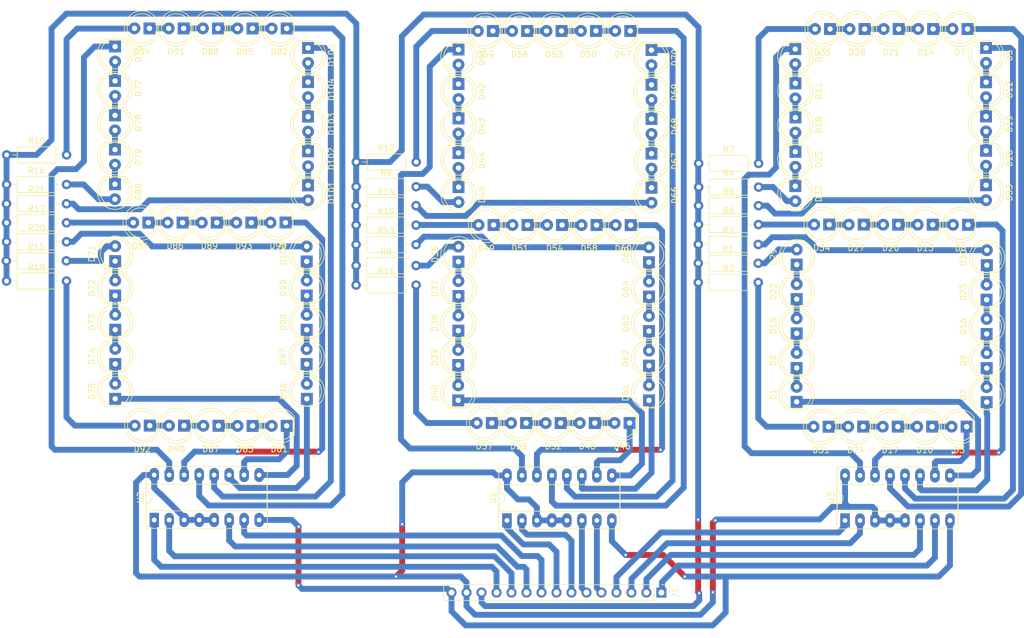
<source format=kicad_pcb>
(kicad_pcb (version 20211014) (generator pcbnew)
  (layers (0 "F.Cu" signal) (31 "B.Cu" signal) (34 "B.Paste" user) (35 "F.Paste" user) (36 "B.SilkS" user "B.Silkscreen") (37 "F.SilkS" user "F.Silkscreen") (38 "B.Mask" user) (39 "F.Mask" user) (44 "Edge.Cuts" user))
  (net 0 "")
  (net 1 "Net-(D1-Pad2)")
  (net 2 "/e_1")
  (net 3 "Net-(D2-Pad2)")
  (net 4 "/c_1")
  (net 5 "/d_1")
  (net 6 "Net-(D10-Pad1)")
  (net 7 "/f_1")
  (net 8 "Net-(D11-Pad1)")
  (net 9 "Net-(D12-Pad1)")
  (net 10 "/b_1")
  (net 11 "Net-(D13-Pad1)")
  (net 12 "/g_1")
  (net 13 "Net-(D14-Pad1)")
  (net 14 "/a_1")
  (net 15 "Net-(D15-Pad1)")
  (net 16 "Net-(D16-Pad1)")
  (net 17 "Net-(D10-Pad2)")
  (net 18 "Net-(D11-Pad2)")
  (net 19 "Net-(D12-Pad2)")
  (net 20 "Net-(D13-Pad2)")
  (net 21 "Net-(D14-Pad2)")
  (net 22 "Net-(D15-Pad2)")
  (net 23 "Net-(D16-Pad2)")
  (net 24 "Net-(D17-Pad2)")
  (net 25 "Net-(D18-Pad2)")
  (net 26 "Net-(D19-Pad2)")
  (net 27 "Net-(D20-Pad2)")
  (net 28 "Net-(D21-Pad2)")
  (net 29 "Net-(D22-Pad2)")
  (net 30 "Net-(D23-Pad2)")
  (net 31 "Net-(D24-Pad2)")
  (net 32 "Net-(D25-Pad2)")
  (net 33 "Net-(D26-Pad2)")
  (net 34 "Net-(D27-Pad2)")
  (net 35 "Net-(D28-Pad2)")
  (net 36 "Net-(D29-Pad2)")
  (net 37 "Net-(D30-Pad2)")
  (net 38 "Net-(D31-Pad2)")
  (net 39 "Net-(D32-Pad2)")
  (net 40 "Net-(D33-Pad2)")
  (net 41 "Net-(D34-Pad2)")
  (net 42 "Net-(D35-Pad2)")
  (net 43 "VCC")
  (net 44 "/B_D1")
  (net 45 "/C_D1")
  (net 46 "/D_D1")
  (net 47 "/A_D1")
  (net 48 "GND")
  (net 49 "Net-(D36-Pad2)")
  (net 50 "Net-(D36-Pad1)")
  (net 51 "Net-(D37-Pad1)")
  (net 52 "Net-(D38-Pad1)")
  (net 53 "Net-(D39-Pad1)")
  (net 54 "/f_2")
  (net 55 "Net-(D41-Pad2)")
  (net 56 "Net-(D42-Pad2)")
  (net 57 "Net-(D43-Pad2)")
  (net 58 "Net-(D44-Pad2)")
  (net 59 "Net-(D45-Pad2)")
  (net 60 "Net-(D46-Pad2)")
  (net 61 "/d_2")
  (net 62 "Net-(D47-Pad2)")
  (net 63 "/a_2")
  (net 64 "Net-(D48-Pad2)")
  (net 65 "Net-(D49-Pad1)")
  (net 66 "Net-(D49-Pad2)")
  (net 67 "Net-(D50-Pad2)")
  (net 68 "Net-(D51-Pad1)")
  (net 69 "Net-(D52-Pad2)")
  (net 70 "Net-(D53-Pad2)")
  (net 71 "Net-(D54-Pad1)")
  (net 72 "Net-(D55-Pad2)")
  (net 73 "Net-(D56-Pad2)")
  (net 74 "Net-(D57-Pad2)")
  (net 75 "Net-(D58-Pad1)")
  (net 76 "Net-(D59-Pad2)")
  (net 77 "/g_2")
  (net 78 "/c_2")
  (net 79 "Net-(D61-Pad2)")
  (net 80 "Net-(D62-Pad2)")
  (net 81 "Net-(D63-Pad2)")
  (net 82 "Net-(D64-Pad2)")
  (net 83 "Net-(D65-Pad2)")
  (net 84 "Net-(D66-Pad2)")
  (net 85 "Net-(D66-Pad1)")
  (net 86 "Net-(D67-Pad1)")
  (net 87 "Net-(D68-Pad1)")
  (net 88 "Net-(D69-Pad1)")
  (net 89 "/b_2")
  (net 90 "/B_D2")
  (net 91 "/e_2")
  (net 92 "/C_D2")
  (net 93 "/D_D2")
  (net 94 "/A_D2")
  (net 95 "Net-(D71-Pad2)")
  (net 96 "Net-(D71-Pad1)")
  (net 97 "Net-(D72-Pad1)")
  (net 98 "Net-(D73-Pad1)")
  (net 99 "Net-(D74-Pad1)")
  (net 100 "/e_3")
  (net 101 "Net-(D76-Pad2)")
  (net 102 "/f_3")
  (net 103 "Net-(D77-Pad2)")
  (net 104 "Net-(D78-Pad2)")
  (net 105 "Net-(D79-Pad2)")
  (net 106 "Net-(D80-Pad2)")
  (net 107 "Net-(D81-Pad2)")
  (net 108 "/d_3")
  (net 109 "Net-(D82-Pad2)")
  (net 110 "/a_3")
  (net 111 "Net-(D83-Pad2)")
  (net 112 "Net-(D84-Pad1)")
  (net 113 "Net-(D84-Pad2)")
  (net 114 "Net-(D85-Pad2)")
  (net 115 "Net-(D86-Pad1)")
  (net 116 "Net-(D87-Pad2)")
  (net 117 "Net-(D88-Pad2)")
  (net 118 "Net-(D89-Pad1)")
  (net 119 "Net-(D90-Pad2)")
  (net 120 "Net-(D91-Pad2)")
  (net 121 "Net-(D92-Pad2)")
  (net 122 "Net-(D93-Pad1)")
  (net 123 "Net-(D94-Pad2)")
  (net 124 "/g_3")
  (net 125 "/c_3")
  (net 126 "Net-(D96-Pad2)")
  (net 127 "Net-(D97-Pad2)")
  (net 128 "Net-(D98-Pad2)")
  (net 129 "Net-(D100-Pad1)")
  (net 130 "Net-(D100-Pad2)")
  (net 131 "Net-(D101-Pad2)")
  (net 132 "Net-(D101-Pad1)")
  (net 133 "Net-(D102-Pad1)")
  (net 134 "Net-(D103-Pad1)")
  (net 135 "Net-(D104-Pad1)")
  (net 136 "/b_3")
  (net 137 "/A_D3")
  (net 138 "/B_D3")
  (net 139 "/C_D3")
  (net 140 "/D_D3")
  (net 141 "VDD")
  (footprint "LED_THT:LED_D5.0mm" (layer "F.Cu") (at 191.17 117.79 90)
    (fp_text reference "D1")
    (fp_text value "LED")
  )
  (footprint "LED_THT:LED_D5.0mm" (layer "F.Cu") (at 223.37 117.84 90)
    (fp_text reference "D2")
    (fp_text value "LED")
  )
  (footprint "LED_THT:LED_D5.0mm" (layer "F.Cu") (at 219.976 121.996 180)
    (fp_text reference "D3")
    (fp_text value "LED")
  )
  (footprint "LED_THT:LED_D5.0mm" (layer "F.Cu") (at 190.934 58.008 -90)
    (fp_text reference "D4")
    (fp_text value "LED")
  )
  (footprint "LED_THT:LED_D5.0mm" (layer "F.Cu") (at 223.27 57.81 -90)
    (fp_text reference "D5")
    (fp_text value "LED")
  )
  (footprint "LED_THT:LED_D5.0mm" (layer "F.Cu") (at 220.124 54.608 180)
    (fp_text reference "D7")
    (fp_text value "LED")
  )
  (footprint "LED_THT:LED_D5.0mm" (layer "F.Cu") (at 191.17 112.042 90)
    (fp_text reference "D8")
    (fp_text value "LED")
  )
  (footprint "LED_THT:LED_D5.0mm" (layer "F.Cu") (at 223.38 112.082 90)
    (fp_text reference "D9")
    (fp_text value "LED")
  )
  (footprint "LED_THT:LED_D5.0mm" (layer "F.Cu") (at 214.136 121.996 180)
    (fp_text reference "D10")
    (fp_text value "LED")
  )
  (footprint "LED_THT:LED_D5.0mm" (layer "F.Cu") (at 223.27 63.63 -90)
    (fp_text reference "D12")
    (fp_text value "LED")
  )
  (footprint "LED_THT:LED_D5.0mm" (layer "F.Cu") (at 214.226 87.772 180)
    (fp_text reference "D13")
    (fp_text value "LED")
  )
  (footprint "LED_THT:LED_D5.0mm" (layer "F.Cu") (at 214.304 54.598 180)
    (fp_text reference "D14")
    (fp_text value "LED")
  )
  (footprint "LED_THT:LED_D5.0mm" (layer "F.Cu") (at 191.18 106.182 90)
    (fp_text reference "D15")
    (fp_text value "LED")
  )
  (footprint "LED_THT:LED_D5.0mm" (layer "F.Cu") (at 223.37 106.282 90)
    (fp_text reference "D16")
    (fp_text value "LED")
  )
  (footprint "LED_THT:LED_D5.0mm" (layer "F.Cu") (at 208.306 121.996 180)
    (fp_text reference "D17")
    (fp_text value "LED")
  )
  (footprint "LED_THT:LED_D5.0mm" (layer "F.Cu") (at 223.27 69.43 -90)
    (fp_text reference "D19")
    (fp_text value "LED")
  )
  (footprint "LED_THT:LED_D5.0mm" (layer "F.Cu") (at 208.464 54.608 180)
    (fp_text reference "D21")
    (fp_text value "LED")
  )
  (footprint "LED_THT:LED_D5.0mm" (layer "F.Cu") (at 223.36 100.482 90)
    (fp_text reference "D23")
    (fp_text value "LED")
  )
  (footprint "LED_THT:LED_D5.0mm" (layer "F.Cu") (at 202.446 121.996 180)
    (fp_text reference "D24")
    (fp_text value "LED")
  )
  (footprint "LED_THT:LED_D5.0mm" (layer "F.Cu") (at 190.954 75.418 -90)
    (fp_text reference "D25")
    (fp_text value "LED")
  )
  (footprint "LED_THT:LED_D5.0mm" (layer "F.Cu") (at 223.27 75.24 -90)
    (fp_text reference "D26")
    (fp_text value "LED")
  )
  (footprint "LED_THT:LED_D5.0mm" (layer "F.Cu") (at 202.536 87.762 180)
    (fp_text reference "D27")
    (fp_text value "LED")
  )
  (footprint "LED_THT:LED_D5.0mm" (layer "F.Cu") (at 223.4 94.632 90)
    (fp_text reference "D30")
    (fp_text value "LED")
  )
  (footprint "LED_THT:LED_D5.0mm" (layer "F.Cu") (at 196.586 122.006 180)
    (fp_text reference "D31")
    (fp_text value "LED")
  )
  (footprint "LED_THT:LED_D5.0mm" (layer "F.Cu") (at 223.27 81.08 -90)
    (fp_text reference "D33")
    (fp_text value "LED")
  )
  (footprint "LED_THT:LED_D5.0mm" (layer "F.Cu") (at 196.834 54.608 180)
    (fp_text reference "D35")
    (fp_text value "LED")
  )
  (footprint "Resistor_THT:R_Axial_DIN0207_L6.3mm_D2.5mm_P10.16mm_Horizontal" (layer "F.Cu") (at 174.49 94.3)
    (fp_text reference "R1")
    (fp_text value "R")
  )
  (footprint "Resistor_THT:R_Axial_DIN0207_L6.3mm_D2.5mm_P10.16mm_Horizontal" (layer "F.Cu") (at 174.504 91.118)
    (fp_text reference "R2")
    (fp_text value "R")
  )
  (footprint "Resistor_THT:R_Axial_DIN0207_L6.3mm_D2.5mm_P10.16mm_Horizontal" (layer "F.Cu") (at 174.5 97.56)
    (fp_text reference "R3")
    (fp_text value "R")
  )
  (footprint "Resistor_THT:R_Axial_DIN0207_L6.3mm_D2.5mm_P10.16mm_Horizontal" (layer "F.Cu") (at 174.56 81.4)
    (fp_text reference "R4")
    (fp_text value "R")
  )
  (footprint "Resistor_THT:R_Axial_DIN0207_L6.3mm_D2.5mm_P10.16mm_Horizontal" (layer "F.Cu") (at 174.544 84.548)
    (fp_text reference "R5")
    (fp_text value "R")
  )
  (footprint "Resistor_THT:R_Axial_DIN0207_L6.3mm_D2.5mm_P10.16mm_Horizontal" (layer "F.Cu") (at 174.544 87.748)
    (fp_text reference "R6")
    (fp_text value "R")
  )
  (footprint "Resistor_THT:R_Axial_DIN0207_L6.3mm_D2.5mm_P10.16mm_Horizontal" (layer "F.Cu") (at 174.56 77.39)
    (fp_text reference "R7")
    (fp_text value "R")
  )
  (footprint "Package_DIP:DIP-16_W7.62mm_Socket_LongPads" (layer "F.Cu") (at 199.37 137.89 90)
    (fp_text reference "U3")
    (fp_text value "74LS47")
  )
  (footprint "LED_THT:LED_D5.0mm" (layer "F.Cu") (at 191.18 94.532 90)
    (fp_text reference "D29")
    (fp_text value "LED")
  )
  (footprint "LED_THT:LED_D5.0mm" (layer "F.Cu") (at 191.18 100.382 90)
    (fp_text reference "D22")
    (fp_text value "LED")
  )
  (footprint "LED_THT:LED_D5.0mm" (layer "F.Cu") (at 190.944 81.238 -90)
    (fp_text reference "D32")
    (fp_text value "LED")
  )
  (footprint "LED_THT:LED_D5.0mm" (layer "F.Cu") (at 190.954 69.608 -90)
    (fp_text reference "D18")
    (fp_text value "LED")
  )
  (footprint "LED_THT:LED_D5.0mm" (layer "F.Cu") (at 190.954 63.818 -90)
    (fp_text reference "D11")
    (fp_text value "LED")
  )
  (footprint "LED_THT:LED_D5.0mm" (layer "F.Cu") (at 196.686 87.752 180)
    (fp_text reference "D34")
    (fp_text value "LED")
  )
  (footprint "LED_THT:LED_D5.0mm" (layer "F.Cu") (at 208.376 87.772 180)
    (fp_text reference "D20")
    (fp_text value "LED")
  )
  (footprint "LED_THT:LED_D5.0mm" (layer "F.Cu") (at 220.22 87.784 180)
    (fp_text reference "D6")
    (fp_text value "LED")
  )
  (footprint "LED_THT:LED_D5.0mm" (layer "F.Cu") (at 202.684 54.608 180)
    (fp_text reference "D28")
    (fp_text value "LED")
  )
  (footprint "Resistor_THT:R_Axial_DIN0207_L6.3mm_D2.5mm_P10.16mm_Horizontal" (layer "F.Cu") (at 57.274 97.32)
    (fp_text reference "R18")
    (fp_text value "R")
  )
  (footprint "Resistor_THT:R_Axial_DIN0207_L6.3mm_D2.5mm_P10.16mm_Horizontal" (layer "F.Cu") (at 57.274 87.45)
    (fp_text reference "R17")
    (fp_text value "R")
  )
  (footprint "Resistor_THT:R_Axial_DIN0207_L6.3mm_D2.5mm_P10.16mm_Horizontal" (layer "F.Cu") (at 57.284 80.956)
    (fp_text reference "R16")
    (fp_text value "R")
  )
  (footprint "Resistor_THT:R_Axial_DIN0207_L6.3mm_D2.5mm_P10.16mm_Horizontal" (layer "F.Cu") (at 57.24 93.9)
    (fp_text reference "R15")
    (fp_text value "R")
  )
  (footprint "LED_THT:LED_D5.0mm" (layer "F.Cu") (at 108.378 57.808 -90)
    (fp_text reference "D105")
    (fp_text value "LED")
  )
  (footprint "LED_THT:LED_D5.0mm" (layer "F.Cu") (at 108.368 63.608 -90)
    (fp_text reference "D104")
    (fp_text value "LED")
  )
  (footprint "LED_THT:LED_D5.0mm" (layer "F.Cu") (at 108.378 69.458 -90)
    (fp_text reference "D103")
    (fp_text value "LED")
  )
  (footprint "LED_THT:LED_D5.0mm" (layer "F.Cu") (at 108.378 75.328 -90)
    (fp_text reference "D102")
    (fp_text value "LED")
  )
  (footprint "LED_THT:LED_D5.0mm" (layer "F.Cu") (at 108.378 81.098 -90)
    (fp_text reference "D101")
    (fp_text value "LED")
  )
  (footprint "LED_THT:LED_D5.0mm" (layer "F.Cu") (at 108.144 93.99 90)
    (fp_text reference "D100")
    (fp_text value "LED")
  )
  (footprint "LED_THT:LED_D5.0mm" (layer "F.Cu") (at 108.144 99.78 90)
    (fp_text reference "D99")
    (fp_text value "LED")
  )
  (footprint "LED_THT:LED_D5.0mm" (layer "F.Cu") (at 108.144 105.58 90)
    (fp_text reference "D98")
    (fp_text value "LED")
  )
  (footprint "LED_THT:LED_D5.0mm" (layer "F.Cu") (at 108.134 111.4 90)
    (fp_text reference "D97")
    (fp_text value "LED")
  )
  (footprint "LED_THT:LED_D5.0mm" (layer "F.Cu") (at 108.166 117.278 90)
    (fp_text reference "D96")
    (fp_text value "LED")
  )
  (footprint "LED_THT:LED_D5.0mm" (layer "F.Cu") (at 104.544 87.41 180)
    (fp_text reference "D95")
    (fp_text value "LED")
  )
  (footprint "LED_THT:LED_D5.0mm" (layer "F.Cu") (at 81.494 54.5 180)
    (fp_text reference "D94")
    (fp_text value "LED")
  )
  (footprint "LED_THT:LED_D5.0mm" (layer "F.Cu") (at 98.754 87.42 180)
    (fp_text reference "D93")
    (fp_text value "LED")
  )
  (footprint "LED_THT:LED_D5.0mm" (layer "F.Cu") (at 81.544 121.824 180)
    (fp_text reference "D92")
    (fp_text value "LED")
  )
  (footprint "LED_THT:LED_D5.0mm" (layer "F.Cu") (at 87.294 54.5 180)
    (fp_text reference "D91")
    (fp_text value "LED")
  )
  (footprint "LED_THT:LED_D5.0mm" (layer "F.Cu") (at 87.354 121.834 180)
    (fp_text reference "D90")
    (fp_text value "LED")
  )
  (footprint "LED_THT:LED_D5.0mm" (layer "F.Cu") (at 92.904 87.42 180)
    (fp_text reference "D89")
    (fp_text value "LED")
  )
  (footprint "LED_THT:LED_D5.0mm" (layer "F.Cu") (at 93.094 54.5 180)
    (fp_text reference "D88")
    (fp_text value "LED")
  )
  (footprint "Resistor_THT:R_Axial_DIN0207_L6.3mm_D2.5mm_P10.16mm_Horizontal" (layer "F.Cu") (at 57.28 90.67)
    (fp_text reference "R20")
    (fp_text value "R")
  )
  (footprint "LED_THT:LED_D5.0mm" (layer "F.Cu") (at 93.174 121.844 180)
    (fp_text reference "D87")
    (fp_text value "LED")
  )
  (footprint "LED_THT:LED_D5.0mm" (layer "F.Cu") (at 87.104 87.42 180)
    (fp_text reference "D86")
    (fp_text value "LED")
  )
  (footprint "LED_THT:LED_D5.0mm" (layer "F.Cu") (at 98.944 54.51 180)
    (fp_text reference "D85")
    (fp_text value "LED")
  )
  (footprint "LED_THT:LED_D5.0mm" (layer "F.Cu") (at 81.294 87.42 180)
    (fp_text reference "D84")
    (fp_text value "LED")
  )
  (footprint "LED_THT:LED_D5.0mm" (layer "F.Cu") (at 98.964 121.864 180)
    (fp_text reference "D83")
    (fp_text value "LED")
  )
  (footprint "LED_THT:LED_D5.0mm" (layer "F.Cu") (at 104.754 54.52 180)
    (fp_text reference "D82")
    (fp_text value "LED")
  )
  (footprint "LED_THT:LED_D5.0mm" (layer "F.Cu") (at 104.754 121.854 180)
    (fp_text reference "D81")
    (fp_text value "LED")
  )
  (footprint "LED_THT:LED_D5.0mm" (layer "F.Cu") (at 75.644 80.91 -90)
    (fp_text reference "D80")
    (fp_text value "LED")
  )
  (footprint "LED_THT:LED_D5.0mm" (layer "F.Cu") (at 75.654 75.05 -90)
    (fp_text reference "D79")
    (fp_text value "LED")
  )
  (footprint "LED_THT:LED_D5.0mm" (layer "F.Cu") (at 75.654 69.24 -90)
    (fp_text reference "D78")
    (fp_text value "LED")
  )
  (footprint "LED_THT:LED_D5.0mm" (layer "F.Cu") (at 75.664 63.41 -90)
    (fp_text reference "D77")
    (fp_text value "LED")
  )
  (footprint "LED_THT:LED_D5.0mm" (layer "F.Cu") (at 75.674 57.58 -90)
    (fp_text reference "D76")
    (fp_text value "LED")
  )
  (footprint "LED_THT:LED_D5.0mm" (layer "F.Cu") (at 133.864 63.94 -90)
    (fp_text reference "D42")
    (fp_text value "LED")
  )
  (footprint "LED_THT:LED_D5.0mm" (layer "F.Cu") (at 133.864 75.61 -90)
    (fp_text reference "D44")
    (fp_text value "LED")
  )
  (footprint "LED_THT:LED_D5.0mm" (layer "F.Cu") (at 133.864 69.77 -90)
    (fp_text reference "D43")
    (fp_text value "LED")
  )
  (footprint "LED_THT:LED_D5.0mm" (layer "F.Cu") (at 157.154 54.928 180)
    (fp_text reference "D50")
    (fp_text value "LED")
  )
  (footprint "LED_THT:LED_D5.0mm" (layer "F.Cu") (at 151.182 121.38 180)
    (fp_text reference "D52")
    (fp_text value "LED")
  )
  (footprint "LED_THT:LED_D5.0mm" (layer "F.Cu") (at 145.558 87.814 180)
    (fp_text reference "D51")
    (fp_text value "LED")
  )
  (footprint "LED_THT:LED_D5.0mm" (layer "F.Cu") (at 162.862 121.37 180)
    (fp_text reference "D46")
    (fp_text value "LED")
  )
  (footprint "LED_THT:LED_D5.0mm" (layer "F.Cu") (at 133.848 94.04 90)
    (fp_text reference "D36")
    (fp_text value "LED")
  )
  (footprint "LED_THT:LED_D5.0mm" (layer "F.Cu") (at 163.048 87.844 180)
    (fp_text reference "D60")
    (fp_text value "LED")
  )
  (footprint "LED_THT:LED_D5.0mm" (layer "F.Cu") (at 133.848 99.86 90)
    (fp_text reference "D37")
    (fp_text value "LED")
  )
  (footprint "LED_THT:LED_D5.0mm" (layer "F.Cu") (at 133.838 105.73 90)
    (fp_text reference "D38")
    (fp_text value "LED")
  )
  (footprint "LED_THT:LED_D5.0mm" (layer "F.Cu") (at 133.818 111.55 90)
    (fp_text reference "D39")
    (fp_text value "LED")
  )
  (footprint "LED_THT:LED_D5.0mm" (layer "F.Cu") (at 162.974 54.928 180)
    (fp_text reference "D47")
    (fp_text value "LED")
  )
  (footprint "LED_THT:LED_D5.0mm" (layer "F.Cu") (at 133.864 58.1 -90)
    (fp_text reference "D41")
    (fp_text value "LED")
  )
  (footprint "LED_THT:LED_D5.0mm" (layer "F.Cu") (at 145.494 54.938 180)
    (fp_text reference "D56")
    (fp_text value "LED")
  )
  (footprint "LED_THT:LED_D5.0mm" (layer "F.Cu") (at 151.418 87.814 180)
    (fp_text reference "D54")
    (fp_text value "LED")
  )
  (footprint "LED_THT:LED_D5.0mm" (layer "F.Cu") (at 133.874 81.41 -90)
    (fp_text reference "D45")
    (fp_text value "LED")
  )
  (footprint "LED_THT:LED_D5.0mm" (layer "F.Cu") (at 145.322 121.38 180)
    (fp_text reference "D55")
    (fp_text value "LED")
  )
  (footprint "Package_DIP:DIP-16_W7.62mm_Socket_LongPads" (layer "F.Cu") (at 82.298 137.808 90)
    (fp_text reference "U2")
    (fp_text value "74LS47")
  )
  (footprint "Resistor_THT:R_Axial_DIN0207_L6.3mm_D2.5mm_P10.16mm_Horizontal" (layer "F.Cu") (at 57.274 84.22)
    (fp_text reference "R21")
    (fp_text value "R")
  )
  (footprint "LED_THT:LED_D5.0mm" (layer "F.Cu") (at 75.694 111.36 90)
    (fp_text reference "D74")
    (fp_text value "LED")
  )
  (footprint "LED_THT:LED_D5.0mm" (layer "F.Cu") (at 75.684 117.278 90)
    (fp_text reference "D75")
    (fp_text value "LED")
  )
  (footprint "LED_THT:LED_D5.0mm" (layer "F.Cu") (at 75.694 105.57 90)
    (fp_text reference "D73")
    (fp_text value "LED")
  )
  (footprint "LED_THT:LED_D5.0mm" (layer "F.Cu") (at 75.684 99.78 90)
    (fp_text reference "D72")
    (fp_text value "LED")
  )
  (footprint "LED_THT:LED_D5.0mm" (layer "F.Cu") (at 75.684 93.95 90)
    (fp_text reference "D71")
    (fp_text value "LED")
  )
  (footprint "Resistor_THT:R_Axial_DIN0207_L6.3mm_D2.5mm_P10.16mm_Horizontal" (layer "F.Cu") (at 116.516 84.54)
    (fp_text reference "R14")
    (fp_text value "R")
  )
  (footprint "Resistor_THT:R_Axial_DIN0207_L6.3mm_D2.5mm_P10.16mm_Horizontal" (layer "F.Cu") (at 116.516 91.144)
    (fp_text reference "R13")
    (fp_text value "R")
  )
  (footprint "Resistor_THT:R_Axial_DIN0207_L6.3mm_D2.5mm_P10.16mm_Horizontal" (layer "F.Cu") (at 116.548 77.146)
    (fp_text reference "R12")
    (fp_text value "R")
  )
  (footprint "Resistor_THT:R_Axial_DIN0207_L6.3mm_D2.5mm_P10.16mm_Horizontal" (layer "F.Cu") (at 116.516 98.002)
    (fp_text reference "R11")
    (fp_text value "R")
  )
  (footprint "Resistor_THT:R_Axial_DIN0207_L6.3mm_D2.5mm_P10.16mm_Horizontal" (layer "F.Cu") (at 116.516 87.842)
    (fp_text reference "R10")
    (fp_text value "R")
  )
  (footprint "Resistor_THT:R_Axial_DIN0207_L6.3mm_D2.5mm_P10.16mm_Horizontal" (layer "F.Cu") (at 116.524 81.33)
    (fp_text reference "R9")
    (fp_text value "R")
  )
  (footprint "Resistor_THT:R_Axial_DIN0207_L6.3mm_D2.5mm_P10.16mm_Horizontal" (layer "F.Cu") (at 116.516 94.7)
    (fp_text reference "R8")
    (fp_text value "R")
  )
  (footprint "LED_THT:LED_D5.0mm" (layer "F.Cu") (at 166.564 58.18 -90)
    (fp_text reference "D70")
    (fp_text value "LED")
  )
  (footprint "LED_THT:LED_D5.0mm" (layer "F.Cu") (at 166.574 64.06 -90)
    (fp_text reference "D69")
    (fp_text value "LED")
  )
  (footprint "LED_THT:LED_D5.0mm" (layer "F.Cu") (at 166.574 69.85 -90)
    (fp_text reference "D68")
    (fp_text value "LED")
  )
  (footprint "LED_THT:LED_D5.0mm" (layer "F.Cu") (at 166.574 75.73 -90)
    (fp_text reference "D67")
    (fp_text value "LED")
  )
  (footprint "LED_THT:LED_D5.0mm" (layer "F.Cu") (at 166.574 81.51 -90)
    (fp_text reference "D66")
    (fp_text value "LED")
  )
  (footprint "LED_THT:LED_D5.0mm" (layer "F.Cu") (at 139.808 87.814 180)
    (fp_text reference "D49")
    (fp_text value "LED")
  )
  (footprint "LED_THT:LED_D5.0mm" (layer "F.Cu") (at 139.684 54.938 180)
    (fp_text reference "D59")
    (fp_text value "LED")
  )
  (footprint "LED_THT:LED_D5.0mm" (layer "F.Cu") (at 157.258 87.834 180)
    (fp_text reference "D58")
    (fp_text value "LED")
  )
  (footprint "LED_THT:LED_D5.0mm" (layer "F.Cu") (at 139.512 121.38 180)
    (fp_text reference "D57")
    (fp_text value "LED")
  )
  (footprint "LED_THT:LED_D5.0mm" (layer "F.Cu") (at 133.818 117.532 90)
    (fp_text reference "D40")
    (fp_text value "LED")
  )
  (footprint "LED_THT:LED_D5.0mm" (layer "F.Cu") (at 156.962 121.38 180)
    (fp_text reference "D48")
    (fp_text value "LED")
  )
  (footprint "LED_THT:LED_D5.0mm" (layer "F.Cu") (at 151.324 54.938 180)
    (fp_text reference "D53")
    (fp_text value "LED")
  )
  (footprint "LED_THT:LED_D5.0mm" (layer "F.Cu") (at 166.136 94.132 90)
    (fp_text reference "D65")
    (fp_text value "LED")
  )
  (footprint "LED_THT:LED_D5.0mm" (layer "F.Cu") (at 166.146 99.952 90)
    (fp_text reference "D64")
    (fp_text value "LED")
  )
  (footprint "LED_THT:LED_D5.0mm" (layer "F.Cu") (at 166.146 105.802 90)
    (fp_text reference "D63")
    (fp_text value "LED")
  )
  (footprint "LED_THT:LED_D5.0mm" (layer "F.Cu") (at 166.146 111.662 90)
    (fp_text reference "D62")
    (fp_text value "LED")
  )
  (footprint "LED_THT:LED_D5.0mm" (layer "F.Cu") (at 166.146 117.532 90)
    (fp_text reference "D61")
    (fp_text value "LED")
  )
  (footprint "Package_DIP:DIP-16_W7.62mm_Socket_LongPads" (layer "F.Cu") (at 142.074 137.886 90)
    (fp_text reference "U1")
    (fp_text value "74LS47")
  )
  (footprint "Resistor_THT:R_Axial_DIN0207_L6.3mm_D2.5mm_P10.16mm_Horizontal" (layer "F.Cu") (at 57.29 75.94)
    (fp_text reference "R19")
    (fp_text value "R")
  )
  (footprint "Connector_PinHeader_2.54mm:PinHeader_1x15_P2.54mm_Vertical" (layer "F.Cu") (at 168.25 150.11 -90)
    (fp_text reference "J1")
    (fp_text value "Conn_01x15_Female")
  )
  (segment (start 191.17 115.362) (end 191.17 112.042) (width 1) (layer "B.Cu") (net 1))
  (segment (start 217.15 130.27) (end 220.89 130.27) (width 1) (layer "B.Cu") (net 2))
  (segment (start 221.92 120.879998) (end 218.830002 117.79) (width 1) (layer "B.Cu") (net 2))
  (segment (start 220.89 130.27) (end 221.92 129.24) (width 1) (layer "B.Cu") (net 2))
  (segment (start 221.92 129.24) (end 221.92 120.879998) (width 1) (layer "B.Cu") (net 2))
  (segment (start 218.830002 117.79) (end 191.17 117.79) (width 1) (layer "B.Cu") (net 2))
  (segment (start 223.38 112.082) (end 223.38 115.342) (width 1) (layer "B.Cu") (net 3))
  (segment (start 223.47001 119.84294) (end 223.37 119.74293) (width 1) (layer "B.Cu") (net 4))
  (segment (start 223.470009 130.987061) (end 223.47001 119.84294) (width 1) (layer "B.Cu") (net 4))
  (segment (start 223.37 119.74293) (end 223.37 117.84) (width 1) (layer "B.Cu") (net 4))
  (segment (start 212.07 130.27) (end 212.07 132.47) (width 1) (layer "B.Cu") (net 4))
  (segment (start 221.66707 132.79) (end 223.470009 130.987061) (width 1) (layer "B.Cu") (net 4))
  (segment (start 212.07 132.47) (end 212.39 132.79) (width 1) (layer "B.Cu") (net 4))
  (segment (start 212.39 132.79) (end 221.66707 132.79) (width 1) (layer "B.Cu") (net 4))
  (segment (start 214.84 127.84) (end 214.61 128.07) (width 1) (layer "B.Cu") (net 5))
  (segment (start 219.97 123.902) (end 219.97 126.79) (width 1) (layer "B.Cu") (net 5))
  (segment (start 219.97 126.79) (end 218.92 127.84) (width 1) (layer "B.Cu") (net 5))
  (segment (start 219.976 121.996) (end 219.976 123.896) (width 1) (layer "B.Cu") (net 5))
  (segment (start 214.61 128.07) (end 214.61 130.27) (width 1) (layer "B.Cu") (net 5))
  (segment (start 219.976 123.896) (end 219.97 123.902) (width 1) (layer "B.Cu") (net 5))
  (segment (start 218.92 127.84) (end 214.84 127.84) (width 1) (layer "B.Cu") (net 5))
  (segment (start 217.436 121.996) (end 214.136 121.996) (width 1) (layer "B.Cu") (net 6))
  (segment (start 182.35 80.01) (end 183.07 79.29) (width 1) (layer "B.Cu") (net 7))
  (segment (start 187.69 59.352) (end 189.034 58.008) (width 1) (layer "B.Cu") (net 7))
  (segment (start 189.034 58.008) (end 190.934 58.008) (width 1) (layer "B.Cu") (net 7))
  (segment (start 183.52 126.49) (end 182.35 125.32) (width 1) (layer "B.Cu") (net 7))
  (segment (start 200.33 126.49) (end 183.52 126.49) (width 1) (layer "B.Cu") (net 7))
  (segment (start 201.91 130.27) (end 201.91 128.07) (width 1) (layer "B.Cu") (net 7))
  (segment (start 182.35 125.32) (end 182.35 80.01) (width 1) (layer "B.Cu") (net 7))
  (segment (start 186.47 79.29) (end 187.69 78.07) (width 1) (layer "B.Cu") (net 7))
  (segment (start 201.91 128.07) (end 200.33 126.49) (width 1) (layer "B.Cu") (net 7))
  (segment (start 187.69 78.07) (end 187.69 59.352) (width 1) (layer "B.Cu") (net 7))
  (segment (start 183.07 79.29) (end 186.47 79.29) (width 1) (layer "B.Cu") (net 7))
  (segment (start 190.934 60.548) (end 190.934 63.798) (width 1) (layer "B.Cu") (net 8))
  (segment (start 190.934 63.798) (end 190.954 63.818) (width 1) (layer "B.Cu") (net 8))
  (segment (start 223.27 60.35) (end 223.27 63.63) (width 1) (layer "B.Cu") (net 9))
  (segment (start 227.82001 58.24001) (end 227.39 57.81) (width 1) (layer "B.Cu") (net 10))
  (segment (start 226.32 134.19) (end 227.82001 132.68999) (width 1) (layer "B.Cu") (net 10))
  (segment (start 227.39 57.81) (end 223.27 57.81) (width 1) (layer "B.Cu") (net 10))
  (segment (start 209.53 132.47) (end 211.25 134.19) (width 1) (layer "B.Cu") (net 10))
  (segment (start 227.82001 132.68999) (end 227.82001 58.24001) (width 1) (layer "B.Cu") (net 10))
  (segment (start 211.25 134.19) (end 226.32 134.19) (width 1) (layer "B.Cu") (net 10))
  (segment (start 209.53 130.27) (end 209.53 132.47) (width 1) (layer "B.Cu") (net 10))
  (segment (start 217.68 87.784) (end 214.238 87.784) (width 1) (layer "B.Cu") (net 11))
  (segment (start 214.238 87.784) (end 214.226 87.772) (width 1) (layer "B.Cu") (net 11))
  (segment (start 225.42 126.39) (end 217.62 126.39) (width 1) (layer "F.Cu") (net 12))
  (via (at 217.62 126.39) (size 0.8) (drill 0.4) (layers "F.Cu" "B.Cu") (net 12))
  (via (at 225.42 126.39) (size 0.8) (drill 0.4) (layers "F.Cu" "B.Cu") (net 12))
  (segment (start 204.47 127.59) (end 205.67 126.39) (width 1) (layer "B.Cu") (net 12))
  (segment (start 222.12 87.784) (end 222.164 87.74) (width 1) (layer "B.Cu") (net 12))
  (segment (start 204.45 130.27) (end 204.45 128.07) (width 1) (layer "B.Cu") (net 12))
  (segment (start 225.02 87.74) (end 226.07 88.79) (width 1) (layer "B.Cu") (net 12))
  (segment (start 204.45 128.07) (end 204.47 128.05) (width 1) (layer "B.Cu") (net 12))
  (segment (start 220.22 87.784) (end 222.12 87.784) (width 1) (layer "B.Cu") (net 12))
  (segment (start 226.07 124.54) (end 226.07 125.74) (width 1) (layer "B.Cu") (net 12))
  (segment (start 226.07 125.74) (end 225.42 126.39) (width 1) (layer "B.Cu") (net 12))
  (segment (start 204.47 128.05) (end 204.47 127.59) (width 1) (layer "B.Cu") (net 12))
  (segment (start 226.07 88.79) (end 226.07 124.54) (width 1) (layer "B.Cu") (net 12))
  (segment (start 205.67 126.39) (end 217.62 126.39) (width 1) (layer "B.Cu") (net 12))
  (segment (start 222.164 87.74) (end 225.02 87.74) (width 1) (layer "B.Cu") (net 12))
  (segment (start 214.304 54.598) (end 217.574 54.598) (width 1) (layer "B.Cu") (net 13))
  (segment (start 217.574 54.598) (end 217.584 54.608) (width 1) (layer "B.Cu") (net 13))
  (segment (start 206.99 130.27) (end 206.99 132.47) (width 1) (layer "B.Cu") (net 14))
  (segment (start 229.22 133.44) (end 227.12 135.54) (width 1) (layer "B.Cu") (net 14))
  (segment (start 206.99 132.47) (end 210.06 135.54) (width 1) (layer "B.Cu") (net 14))
  (segment (start 229.22 55.99) (end 229.22 133.44) (width 1) (layer "B.Cu") (net 14))
  (segment (start 227.12 135.54) (end 210.06 135.54) (width 1) (layer "B.Cu") (net 14))
  (segment (start 220.124 54.608) (end 227.838 54.608) (width 1) (layer "B.Cu") (net 14))
  (segment (start 227.838 54.608) (end 229.22 55.99) (width 1) (layer "B.Cu") (net 14))
  (segment (start 191.17 109.502) (end 191.17 106.192) (width 1) (layer "B.Cu") (net 15))
  (segment (start 191.17 106.192) (end 191.18 106.182) (width 1) (layer "B.Cu") (net 15))
  (segment (start 223.38 109.542) (end 223.38 106.292) (width 1) (layer "B.Cu") (net 16))
  (segment (start 223.38 106.292) (end 223.37 106.282) (width 1) (layer "B.Cu") (net 16))
  (segment (start 211.596 121.996) (end 208.306 121.996) (width 1) (layer "B.Cu") (net 17))
  (segment (start 190.954 66.358) (end 190.954 69.608) (width 1) (layer "B.Cu") (net 18))
  (segment (start 223.27 69.43) (end 223.27 66.17) (width 1) (layer "B.Cu") (net 19))
  (segment (start 211.686 87.772) (end 208.376 87.772) (width 1) (layer "B.Cu") (net 20))
  (segment (start 208.464 54.608) (end 211.754 54.608) (width 1) (layer "B.Cu") (net 21))
  (segment (start 211.754 54.608) (end 211.764 54.598) (width 1) (layer "B.Cu") (net 21))
  (segment (start 191.18 103.642) (end 191.18 100.382) (width 1) (layer "B.Cu") (net 22))
  (segment (start 223.36 103.732) (end 223.37 103.742) (width 1) (layer "B.Cu") (net 23))
  (segment (start 223.36 100.482) (end 223.36 103.732) (width 1) (layer "B.Cu") (net 23))
  (segment (start 205.766 121.996) (end 202.446 121.996) (width 1) (layer "B.Cu") (net 24))
  (segment (start 190.954 72.148) (end 190.954 75.418) (width 1) (layer "B.Cu") (net 25))
  (segment (start 223.27 71.97) (end 223.27 75.24) (width 1) (layer "B.Cu") (net 26))
  (segment (start 205.836 87.772) (end 202.546 87.772) (width 1) (layer "B.Cu") (net 27))
  (segment (start 202.546 87.772) (end 202.536 87.762) (width 1) (layer "B.Cu") (net 27))
  (segment (start 202.684 54.608) (end 205.924 54.608) (width 1) (layer "B.Cu") (net 28))
  (segment (start 191.18 97.842) (end 191.18 94.532) (width 1) (layer "B.Cu") (net 29))
  (segment (start 223.4 97.902) (end 223.36 97.942) (width 1) (layer "B.Cu") (net 30))
  (segment (start 223.4 94.632) (end 223.4 97.902) (width 1) (layer "B.Cu") (net 30))
  (segment (start 196.596 121.996) (end 196.586 122.006) (width 1) (layer "B.Cu") (net 31))
  (segment (start 199.906 121.996) (end 196.596 121.996) (width 1) (layer "B.Cu") (net 31))
  (segment (start 190.954 81.228) (end 190.944 81.238) (width 1) (layer "B.Cu") (net 32))
  (segment (start 190.954 77.958) (end 190.954 81.228) (width 1) (layer "B.Cu") (net 32))
  (segment (start 223.27 77.78) (end 223.27 81.08) (width 1) (layer "B.Cu") (net 33))
  (segment (start 199.996 87.762) (end 196.696 87.762) (width 1) (layer "B.Cu") (net 34))
  (segment (start 196.696 87.762) (end 196.686 87.752) (width 1) (layer "B.Cu") (net 34))
  (segment (start 196.834 54.608) (end 200.144 54.608) (width 1) (layer "B.Cu") (net 35))
  (segment (start 188.19337 91.992) (end 191.18 91.992) (width 1) (layer "B.Cu") (net 36))
  (segment (start 184.65 94.3) (end 185.78137 94.3) (width 1) (layer "B.Cu") (net 36))
  (segment (start 185.78137 94.3) (end 188.14137 91.94) (width 1) (layer "B.Cu") (net 36))
  (segment (start 188.14137 91.94) (end 188.19337 91.992) (width 1) (layer "B.Cu") (net 36))
  (segment (start 187.02337 89.89) (end 192.67 89.89) (width 1) (layer "B.Cu") (net 37))
  (segment (start 185.79537 91.118) (end 187.02337 89.89) (width 1) (layer "B.Cu") (net 37))
  (segment (start 194.872 92.092) (end 223.4 92.092) (width 1) (layer "B.Cu") (net 37))
  (segment (start 192.67 89.89) (end 194.872 92.092) (width 1) (layer "B.Cu") (net 37))
  (segment (start 184.664 91.118) (end 185.79537 91.118) (width 1) (layer "B.Cu") (net 37))
  (segment (start 184.66 97.56) (end 184.66 120.58) (width 1) (layer "B.Cu") (net 38))
  (segment (start 186.086 122.006) (end 194.046 122.006) (width 1) (layer "B.Cu") (net 38))
  (segment (start 184.66 120.58) (end 186.086 122.006) (width 1) (layer "B.Cu") (net 38))
  (segment (start 185.86137 81.39) (end 187.17 81.39) (width 1) (layer "B.Cu") (net 39))
  (segment (start 187.17 81.39) (end 189.558 83.778) (width 1) (layer "B.Cu") (net 39))
  (segment (start 185.85137 81.4) (end 185.86137 81.39) (width 1) (layer "B.Cu") (net 39))
  (segment (start 184.72 81.4) (end 185.85137 81.4) (width 1) (layer "B.Cu") (net 39))
  (segment (start 189.558 83.778) (end 190.944 83.778) (width 1) (layer "B.Cu") (net 39))
  (segment (start 184.704 84.548) (end 186.178 84.548) (width 1) (layer "B.Cu") (net 40))
  (segment (start 187.52 85.89) (end 192.02 85.89) (width 1) (layer "B.Cu") (net 40))
  (segment (start 194.29 83.62) (end 223.27 83.62) (width 1) (layer "B.Cu") (net 40))
  (segment (start 192.02 85.89) (end 194.29 83.62) (width 1) (layer "B.Cu") (net 40))
  (segment (start 186.178 84.548) (end 187.52 85.89) (width 1) (layer "B.Cu") (net 40))
  (segment (start 194.142 87.748) (end 194.146 87.752) (width 1) (layer "B.Cu") (net 41))
  (segment (start 184.708 87.752) (end 184.704 87.748) (width 1) (layer "B.Cu") (net 41))
  (segment (start 184.704 87.748) (end 194.142 87.748) (width 1) (layer "B.Cu") (net 41))
  (segment (start 186.252 54.608) (end 194.294 54.608) (width 1) (layer "B.Cu") (net 42))
  (segment (start 184.72 56.14) (end 186.252 54.608) (width 1) (layer "B.Cu") (net 42))
  (segment (start 184.72 77.39) (end 184.72 56.14) (width 1) (layer "B.Cu") (net 42))
  (segment (start 199.37 130.27) (end 199.65 130.27) (width 1) (layer "F.Cu") (net 43))
  (segment (start 176.97 138.3) (end 176.97 150.07) (width 1) (layer "F.Cu") (net 43))
  (segment (start 177.39 137.88) (end 176.97 138.3) (width 1) (layer "F.Cu") (net 43))
  (segment (start 124.32 138.52) (end 124.32 146.369998) (width 1) (layer "F.Cu") (net 43))
  (segment (start 124.32 146.369998) (end 123.29 147.399998) (width 1) (layer "F.Cu") (net 43))
  (via (at 124.32 138.52) (size 0.8) (drill 0.4) (layers "F.Cu" "B.Cu") (net 43))
  (via (at 176.97 150.07) (size 0.8) (drill 0.4) (layers "F.Cu" "B.Cu") (net 43))
  (via (at 177.39 137.88) (size 0.8) (drill 0.4) (layers "F.Cu" "B.Cu") (net 43))
  (via (at 123.29 147.399998) (size 0.8) (drill 0.4) (layers "F.Cu" "B.Cu") (net 43))
  (segment (start 92.458 137.808) (end 89.918 137.808) (width 1) (layer "B.Cu") (net 43))
  (segment (start 83.338 133.428) (end 82.298 132.388) (width 1) (layer "B.Cu") (net 43))
  (segment (start 145.798 134.33) (end 143.938 134.33) (width 1) (layer "B.Cu") (net 43))
  (segment (start 143.938 134.33) (end 142.074 132.466) (width 1) (layer "B.Cu") (net 43))
  (segment (start 142.074 132.466) (end 142.074 130.266) (width 1) (layer "B.Cu") (net 43))
  (segment (start 147.154 137.886) (end 147.154 135.686) (width 1) (layer "B.Cu") (net 43))
  (segment (start 147.154 135.686) (end 145.798 134.33) (width 1) (layer "B.Cu") (net 43))
  (segment (start 152.234 137.886) (end 147.154 137.886) (width 1) (layer "B.Cu") (net 43))
  (segment (start 83.398 133.428) (end 83.338 133.428) (width 1) (layer "B.Cu") (net 43))
  (segment (start 89.918 137.808) (end 87.378 137.808) (width 1) (layer "B.Cu") (net 43))
  (segment (start 87.378 137.808) (end 87.378 137.408) (width 1) (layer "B.Cu") (net 43))
  (segment (start 87.378 137.408) (end 83.398 133.428) (width 1) (layer "B.Cu") (net 43))
  (segment (start 82.298 132.388) (end 82.298 130.188) (width 1) (layer "B.Cu") (net 43))
  (segment (start 177.56 137.71) (end 177.39 137.88) (width 1) (layer "B.Cu") (net 43))
  (segment (start 176.97 150.07) (end 176.97 151.77) (width 1) (layer "B.Cu") (net 43))
  (segment (start 82.298 130.188) (end 80.498 130.188) (width 1) (layer "B.Cu") (net 43))
  (segment (start 136.67 153.88) (end 135.23 152.44) (width 1) (layer "B.Cu") (net 43))
  (segment (start 79.22 146.82) (end 79.799998 147.399998) (width 1) (layer "B.Cu") (net 43))
  (segment (start 135.23 148.38) (end 134.24 147.39) (width 1) (layer "B.Cu") (net 43))
  (segment (start 174.86 153.88) (end 136.67 153.88) (width 1) (layer "B.Cu") (net 43))
  (segment (start 142.074 130.266) (end 140.274 130.266) (width 1) (layer "B.Cu") (net 43))
  (segment (start 204.45 136.01) (end 204.45 137.89) (width 1) (layer "B.Cu") (net 43))
  (segment (start 134.24 147.39) (end 123.299998 147.39) (width 1) (layer "B.Cu") (net 43))
  (segment (start 199.37 130.27) (end 199.37 134.99) (width 1) (layer "B.Cu") (net 43))
  (segment (start 139.748 129.74) (end 126.03 129.74) (width 1) (layer "B.Cu") (net 43))
  (segment (start 126.03 129.74) (end 124.32 131.45) (width 1) (layer "B.Cu") (net 43))
  (segment (start 135.23 152.44) (end 135.23 150.11) (width 1) (layer "B.Cu") (net 43))
  (segment (start 123.299998 147.39) (end 123.29 147.399998) (width 1) (layer "B.Cu") (net 43))
  (segment (start 204.03 135.59) (end 204.45 136.01) (width 1) (layer "B.Cu") (net 43))
  (segment (start 80.498 130.188) (end 79.22 131.466) (width 1) (layer "B.Cu") (net 43))
  (segment (start 79.799998 147.399998) (end 122.724315 147.399998) (width 1) (layer "B.Cu") (net 43))
  (segment (start 176.97 151.77) (end 174.86 153.88) (width 1) (layer "B.Cu") (net 43))
  (segment (start 199.97 135.59) (end 204.03 135.59) (width 1) (layer "B.Cu") (net 43))
  (segment (start 195.09 137.71) (end 177.56 137.71) (width 1) (layer "B.Cu") (net 43))
  (segment (start 122.724315 147.399998) (end 123.29 147.399998) (width 1) (layer "B.Cu") (net 43))
  (segment (start 199.37 134.99) (end 199.97 135.59) (width 1) (layer "B.Cu") (net 43))
  (segment (start 204.45 137.89) (end 209.53 137.89) (width 1) (layer "B.Cu") (net 43))
  (segment (start 124.32 131.45) (end 124.32 138.52) (width 1) (layer "B.Cu") (net 43))
  (segment (start 135.23 150.11) (end 135.24 150.11) (width 1) (layer "B.Cu") (net 43))
  (segment (start 197.21 135.59) (end 195.09 137.71) (width 1) (layer "B.Cu") (net 43))
  (segment (start 140.274 130.266) (end 139.748 129.74) (width 1) (layer "B.Cu") (net 43))
  (segment (start 79.22 131.466) (end 79.22 146.82) (width 1) (layer "B.Cu") (net 43))
  (segment (start 199.97 135.59) (end 197.21 135.59) (width 1) (layer "B.Cu") (net 43))
  (segment (start 135.23 150.11) (end 135.23 148.38) (width 1) (layer "B.Cu") (net 43))
  (segment (start 199.37 138.84) (end 198.28 139.93) (width 1) (layer "B.Cu") (net 44))
  (segment (start 199.37 137.89) (end 199.37 138.84) (width 1) (layer "B.Cu") (net 44))
  (segment (start 198.28 139.93) (end 168.19 139.93) (width 1) (layer "B.Cu") (net 44))
  (segment (start 160.63 147.49) (end 160.63 150.11) (width 1) (layer "B.Cu") (net 44))
  (segment (start 168.19 139.93) (end 160.63 147.49) (width 1) (layer "B.Cu") (net 44))
  (segment (start 163.17 147.8) (end 163.17 150.11) (width 1) (layer "B.Cu") (net 45))
  (segment (start 201.91 137.89) (end 201.91 140.09) (width 1) (layer "B.Cu") (net 45))
  (segment (start 201.91 140.09) (end 200.26 141.74) (width 1) (layer "B.Cu") (net 45))
  (segment (start 169.23 141.74) (end 163.17 147.8) (width 1) (layer "B.Cu") (net 45))
  (segment (start 200.26 141.74) (end 169.23 141.74) (width 1) (layer "B.Cu") (net 45))
  (segment (start 169.83 143.73) (end 165.71 147.85) (width 1) (layer "B.Cu") (net 46))
  (segment (start 212.07 142.69) (end 211.03 143.73) (width 1) (layer "B.Cu") (net 46))
  (segment (start 211.03 143.73) (end 169.83 143.73) (width 1) (layer "B.Cu") (net 46))
  (segment (start 165.71 147.85) (end 165.71 150.11) (width 1) (layer "B.Cu") (net 46))
  (segment (start 212.07 137.89) (end 212.07 142.69) (width 1) (layer "B.Cu") (net 46))
  (segment (start 168.36 148.3) (end 168.36 150) (width 1) (layer "B.Cu") (net 47))
  (segment (start 168.36 150) (end 168.25 150.11) (width 1) (layer "B.Cu") (net 47))
  (segment (start 214.61 137.89) (end 214.61 144.17) (width 1) (layer "B.Cu") (net 47))
  (segment (start 171.12 145.54) (end 168.36 148.3) (width 1) (layer "B.Cu") (net 47))
  (segment (start 214.61 144.17) (end 213.24 145.54) (width 1) (layer "B.Cu") (net 47))
  (segment (start 213.24 145.54) (end 171.12 145.54) (width 1) (layer "B.Cu") (net 47))
  (segment (start 106.74 148.89) (end 106.74 138.98) (width 1) (layer "F.Cu") (net 48))
  (segment (start 106.74 138.98) (end 106.78 138.94) (width 1) (layer "F.Cu") (net 48))
  (segment (start 168.55 143.74) (end 172.21 147.4) (width 1) (layer "F.Cu") (net 48))
  (segment (start 162.18 143.74) (end 168.55 143.74) (width 1) (layer "F.Cu") (net 48))
  (via (at 106.74 148.89) (size 0.8) (drill 0.4) (layers "F.Cu" "B.Cu") (net 48))
  (via (at 172.21 147.4) (size 0.8) (drill 0.4) (layers "F.Cu" "B.Cu") (net 48))
  (via (at 106.78 138.94) (size 0.8) (drill 0.4) (layers "F.Cu" "B.Cu") (net 48))
  (via (at 162.18 143.74) (size 0.8) (drill 0.4) (layers "F.Cu" "B.Cu") (net 48))
  (segment (start 107.33 149.48) (end 106.74 148.89) (width 1) (layer "B.Cu") (net 48))
  (segment (start 217.15 137.89) (end 217.15 145.5) (width 1) (layer "B.Cu") (net 48))
  (segment (start 159.854 137.886) (end 159.854 141.414) (width 1) (layer "B.Cu") (net 48))
  (segment (start 217.15 145.5) (end 215.25 147.4) (width 1) (layer "B.Cu") (net 48))
  (segment (start 179.14 153.49) (end 179.14 147.4) (width 1) (layer "B.Cu") (net 48))
  (segment (start 176.97 155.66) (end 179.14 153.49) (width 1) (layer "B.Cu") (net 48))
  (segment (start 215.25 147.4) (end 179.14 147.4) (width 1) (layer "B.Cu") (net 48))
  (segment (start 159.854 141.414) (end 162.18 143.74) (width 1) (layer "B.Cu") (net 48))
  (segment (start 132.69 153.29) (end 135.06 155.66) (width 1) (layer "B.Cu") (net 48))
  (segment (start 105.648 137.808) (end 106.78 138.94) (width 1) (layer "B.Cu") (net 48))
  (segment (start 179.14 147.4) (end 177.12 147.4) (width 1) (layer "B.Cu") (net 48))
  (segment (start 132.06 149.48) (end 107.33 149.48) (width 1) (layer "B.Cu") (net 48))
  (segment (start 132.69 150.11) (end 132.06 149.48) (width 1) (layer "B.Cu") (net 48))
  (segment (start 100.078 137.808) (end 105.648 137.808) (width 1) (layer "B.Cu") (net 48))
  (segment (start 135.06 155.66) (end 176.97 155.66) (width 1) (layer "B.Cu") (net 48))
  (segment (start 177.12 147.4) (end 172.21 147.4) (width 1) (layer "B.Cu") (net 48))
  (segment (start 132.69 150.11) (end 132.69 153.29) (width 1) (layer "B.Cu") (net 48))
  (segment (start 128.712 94.7) (end 126.676 94.7) (width 1) (layer "B.Cu") (net 49))
  (segment (start 133.848 91.5) (end 131.912 91.5) (width 1) (layer "B.Cu") (net 49))
  (segment (start 131.912 91.5) (end 128.712 94.7) (width 1) (layer "B.Cu") (net 49))
  (segment (start 133.848 97.32) (end 133.848 94.04) (width 1) (layer "B.Cu") (net 50))
  (segment (start 133.838 103.19) (end 133.838 99.87) (width 1) (layer "B.Cu") (net 51))
  (segment (start 133.838 99.87) (end 133.848 99.86) (width 1) (layer "B.Cu") (net 51))
  (segment (start 133.818 109.01) (end 133.818 105.75) (width 1) (layer "B.Cu") (net 52))
  (segment (start 133.818 105.75) (end 133.838 105.73) (width 1) (layer "B.Cu") (net 52))
  (segment (start 133.818 114.79) (end 133.818 111.55) (width 1) (layer "B.Cu") (net 53))
  (segment (start 143.3 125.7) (end 144.614 127.014) (width 1) (layer "B.Cu") (net 54))
  (segment (start 133.864 58.1) (end 131.864 58.1) (width 1) (layer "B.Cu") (net 54))
  (segment (start 128.994 60.97) (end 128.994 77.966) (width 1) (layer "B.Cu") (net 54))
  (segment (start 124.272 79.178) (end 124.11 79.34) (width 1) (layer "B.Cu") (net 54))
  (segment (start 127.782 79.178) (end 124.272 79.178) (width 1) (layer "B.Cu") (net 54))
  (segment (start 124.11 79.34) (end 124.11 124.15) (width 1) (layer "B.Cu") (net 54))
  (segment (start 128.994 77.966) (end 127.782 79.178) (width 1) (layer "B.Cu") (net 54))
  (segment (start 131.864 58.1) (end 128.994 60.97) (width 1) (layer "B.Cu") (net 54))
  (segment (start 125.66 125.7) (end 143.3 125.7) (width 1) (layer "B.Cu") (net 54))
  (segment (start 144.614 127.014) (end 144.614 130.266) (width 1) (layer "B.Cu") (net 54))
  (segment (start 124.11 124.15) (end 125.66 125.7) (width 1) (layer "B.Cu") (net 54))
  (segment (start 133.864 60.64) (end 133.864 63.94) (width 1) (layer "B.Cu") (net 55))
  (segment (start 133.864 66.48) (end 133.864 69.77) (width 1) (layer "B.Cu") (net 56))
  (segment (start 133.864 72.31) (end 133.864 75.61) (width 1) (layer "B.Cu") (net 57))
  (segment (start 133.864 78.15) (end 133.864 81.4) (width 1) (layer "B.Cu") (net 58))
  (segment (start 133.864 81.4) (end 133.874 81.41) (width 1) (layer "B.Cu") (net 58))
  (segment (start 131.226 83.95) (end 128.606 81.33) (width 1) (layer "B.Cu") (net 59))
  (segment (start 128.606 81.33) (end 126.684 81.33) (width 1) (layer "B.Cu") (net 59))
  (segment (start 133.874 83.95) (end 131.226 83.95) (width 1) (layer "B.Cu") (net 59))
  (segment (start 156.962 121.38) (end 160.312 121.38) (width 1) (layer "B.Cu") (net 60))
  (segment (start 160.312 121.38) (end 160.322 121.37) (width 1) (layer "B.Cu") (net 60))
  (segment (start 157.314 130.266) (end 157.314 128.066) (width 1) (layer "B.Cu") (net 61))
  (segment (start 161.252 127.692) (end 162.862 126.082) (width 1) (layer "B.Cu") (net 61))
  (segment (start 157.314 128.066) (end 157.688 127.692) (width 1) (layer "B.Cu") (net 61))
  (segment (start 157.688 127.692) (end 161.252 127.692) (width 1) (layer "B.Cu") (net 61))
  (segment (start 162.862 126.082) (end 162.862 121.37) (width 1) (layer "B.Cu") (net 61))
  (segment (start 157.154 54.928) (end 160.434 54.928) (width 1) (layer "B.Cu") (net 62))
  (segment (start 172.04 56.184) (end 170.784 54.928) (width 1) (layer "B.Cu") (net 63))
  (segment (start 149.694 130.266) (end 149.694 134.676) (width 1) (layer "B.Cu") (net 63))
  (segment (start 170.784 54.928) (end 162.974 54.928) (width 1) (layer "B.Cu") (net 63))
  (segment (start 150.398 135.38) (end 168.98 135.38) (width 1) (layer "B.Cu") (net 63))
  (segment (start 168.98 135.38) (end 172.04 132.32) (width 1) (layer "B.Cu") (net 63))
  (segment (start 149.694 134.676) (end 150.398 135.38) (width 1) (layer "B.Cu") (net 63))
  (segment (start 172.04 132.32) (end 172.04 56.184) (width 1) (layer "B.Cu") (net 63))
  (segment (start 151.182 121.38) (end 154.422 121.38) (width 1) (layer "B.Cu") (net 64))
  (segment (start 139.808 87.814) (end 143.018 87.814) (width 1) (layer "B.Cu") (net 65))
  (segment (start 137.268 87.814) (end 126.704 87.814) (width 1) (layer "B.Cu") (net 66))
  (segment (start 126.704 87.814) (end 126.676 87.842) (width 1) (layer "B.Cu") (net 66))
  (segment (start 151.324 54.938) (end 154.604 54.938) (width 1) (layer "B.Cu") (net 67))
  (segment (start 154.604 54.938) (end 154.614 54.928) (width 1) (layer "B.Cu") (net 67))
  (segment (start 145.558 87.814) (end 148.878 87.814) (width 1) (layer "B.Cu") (net 68))
  (segment (start 145.322 121.38) (end 148.642 121.38) (width 1) (layer "B.Cu") (net 69))
  (segment (start 145.494 54.938) (end 148.784 54.938) (width 1) (layer "B.Cu") (net 70))
  (segment (start 151.418 87.814) (end 154.698 87.814) (width 1) (layer "B.Cu") (net 71))
  (segment (start 154.698 87.814) (end 154.718 87.834) (width 1) (layer "B.Cu") (net 71))
  (segment (start 139.512 121.38) (end 142.782 121.38) (width 1) (layer "B.Cu") (net 72))
  (segment (start 139.684 54.938) (end 142.954 54.938) (width 1) (layer "B.Cu") (net 73))
  (segment (start 128.524 121.38) (end 126.676 119.532) (width 1) (layer "B.Cu") (net 74))
  (segment (start 126.676 119.532) (end 126.676 98.002) (width 1) (layer "B.Cu") (net 74))
  (segment (start 136.972 121.38) (end 128.524 121.38) (width 1) (layer "B.Cu") (net 74))
  (segment (start 157.258 87.834) (end 160.498 87.834) (width 1) (layer "B.Cu") (net 75))
  (segment (start 160.498 87.834) (end 160.508 87.844) (width 1) (layer "B.Cu") (net 75))
  (segment (start 126.708 57.588) (end 129.358 54.938) (width 1) (layer "B.Cu") (net 76))
  (segment (start 129.358 54.938) (end 137.144 54.938) (width 1) (layer "B.Cu") (net 76))
  (segment (start 126.708 77.146) (end 126.708 57.588) (width 1) (layer "B.Cu") (net 76))
  (segment (start 168.11 125.914) (end 160.744 125.914) (width 1) (layer "F.Cu") (net 77))
  (via (at 168.11 125.914) (size 0.8) (drill 0.4) (layers "F.Cu" "B.Cu") (net 77))
  (via (at 160.744 125.914) (size 0.8) (drill 0.4) (layers "F.Cu" "B.Cu") (net 77))
  (segment (start 168.364 124.898) (end 168.364 88.83) (width 1) (layer "B.Cu") (net 77))
  (segment (start 147.154 126.616) (end 147.856 125.914) (width 1) (layer "B.Cu") (net 77))
  (segment (start 168.364 124.898) (end 168.364 125.66) (width 1) (layer "B.Cu") (net 77))
  (segment (start 147.856 125.914) (end 159.982 125.914) (width 1) (layer "B.Cu") (net 77))
  (segment (start 168.364 88.83) (end 167.378 87.844) (width 1) (layer "B.Cu") (net 77))
  (segment (start 160.744 125.914) (end 159.982 125.914) (width 1) (layer "B.Cu") (net 77))
  (segment (start 147.154 130.266) (end 147.154 126.616) (width 1) (layer "B.Cu") (net 77))
  (segment (start 159.982 125.914) (end 160.236 125.914) (width 1) (layer "B.Cu") (net 77))
  (segment (start 167.378 87.844) (end 163.048 87.844) (width 1) (layer "B.Cu") (net 77))
  (segment (start 168.364 125.66) (end 168.11 125.914) (width 1) (layer "B.Cu") (net 77))
  (segment (start 166.586 117.972) (end 166.146 117.532) (width 1) (layer "B.Cu") (net 78))
  (segment (start 154.774 130.266) (end 154.774 130.666) (width 1) (layer "B.Cu") (net 78))
  (segment (start 154.826 132.518) (end 163.862 132.518) (width 1) (layer "B.Cu") (net 78))
  (segment (start 154.774 132.466) (end 154.826 132.518) (width 1) (layer "B.Cu") (net 78))
  (segment (start 154.774 130.266) (end 154.774 132.466) (width 1) (layer "B.Cu") (net 78))
  (segment (start 166.586 129.794) (end 166.586 117.972) (width 1) (layer "B.Cu") (net 78))
  (segment (start 163.862 132.518) (end 166.586 129.794) (width 1) (layer "B.Cu") (net 78))
  (segment (start 166.146 111.662) (end 166.146 114.992) (width 1) (layer "B.Cu") (net 79))
  (segment (start 166.146 105.802) (end 166.146 109.122) (width 1) (layer "B.Cu") (net 80))
  (segment (start 166.146 99.952) (end 166.146 103.262) (width 1) (layer "B.Cu") (net 81))
  (segment (start 166.136 94.132) (end 166.136 97.402) (width 1) (layer "B.Cu") (net 82))
  (segment (start 166.136 97.402) (end 166.146 97.412) (width 1) (layer "B.Cu") (net 82))
  (segment (start 126.676 91.144) (end 128.020001 89.799999) (width 1) (layer "B.Cu") (net 83))
  (segment (start 139.63 91.592) (end 166.136 91.592) (width 1) (layer "B.Cu") (net 83))
  (segment (start 128.020001 89.799999) (end 137.837999 89.799999) (width 1) (layer "B.Cu") (net 83))
  (segment (start 137.837999 89.799999) (end 139.63 91.592) (width 1) (layer "B.Cu") (net 83))
  (segment (start 137.33 84.05) (end 166.574 84.05) (width 1) (layer "B.Cu") (net 84))
  (segment (start 128.426 86.29) (end 135.09 86.29) (width 1) (layer "B.Cu") (net 84))
  (segment (start 135.09 86.29) (end 137.33 84.05) (width 1) (layer "B.Cu") (net 84))
  (segment (start 126.676 84.54) (end 128.426 86.29) (width 1) (layer "B.Cu") (net 84))
  (segment (start 166.574 81.51) (end 166.574 78.27) (width 1) (layer "B.Cu") (net 85))
  (segment (start 166.574 72.39) (end 166.574 75.73) (width 1) (layer "B.Cu") (net 86))
  (segment (start 166.574 69.85) (end 166.574 66.6) (width 1) (layer "B.Cu") (net 87))
  (segment (start 166.574 64.06) (end 166.574 60.73) (width 1) (layer "B.Cu") (net 88))
  (segment (start 166.574 60.73) (end 166.564 60.72) (width 1) (layer "B.Cu") (net 88))
  (segment (start 152.234 132.466) (end 153.628 133.86) (width 1) (layer "B.Cu") (net 89))
  (segment (start 167.42 133.86) (end 170.142 131.138) (width 1) (layer "B.Cu") (net 89))
  (segment (start 152.234 130.266) (end 152.234 132.466) (width 1) (layer "B.Cu") (net 89))
  (segment (start 152.234 130.266) (end 152.074 130.266) (width 1) (layer "B.Cu") (net 89))
  (segment (start 169.718 58.18) (end 166.564 58.18) (width 1) (layer "B.Cu") (net 89))
  (segment (start 170.142 58.604) (end 169.718 58.18) (width 1) (layer "B.Cu") (net 89))
  (segment (start 153.628 133.86) (end 167.42 133.86) (width 1) (layer "B.Cu") (net 89))
  (segment (start 170.142 131.138) (end 170.142 58.604) (width 1) (layer "B.Cu") (net 89))
  (segment (start 142.074 137.886) (end 142.074 139.174) (width 1) (layer "B.Cu") (net 90))
  (segment (start 144.85 141.95) (end 149.22 141.95) (width 1) (layer "B.Cu") (net 90))
  (segment (start 142.074 139.174) (end 144.85 141.95) (width 1) (layer "B.Cu") (net 90))
  (segment (start 150.47 143.2) (end 150.47 150.11) (width 1) (layer "B.Cu") (net 90))
  (segment (start 149.22 141.95) (end 150.47 143.2) (width 1) (layer "B.Cu") (net 90))
  (segment (start 162.776 117.532) (end 164.94599 119.70199) (width 1) (layer "B.Cu") (net 91))
  (segment (start 164.94599 119.70199) (end 164.94599 128.28401) (width 1) (layer "B.Cu") (net 91))
  (segment (start 162.964 130.266) (end 159.854 130.266) (width 1) (layer "B.Cu") (net 91))
  (segment (start 164.94599 128.28401) (end 162.964 130.266) (width 1) (layer "B.Cu") (net 91))
  (segment (start 133.818 117.532) (end 162.776 117.532) (width 1) (layer "B.Cu") (net 91))
  (segment (start 144.614 137.886) (end 144.614 139.414) (width 1) (layer "B.Cu") (net 92))
  (segment (start 151.97 140.3) (end 153.01 141.34) (width 1) (layer "B.Cu") (net 92))
  (segment (start 153.01 141.34) (end 153.01 150.11) (width 1) (layer "B.Cu") (net 92))
  (segment (start 145.5 140.3) (end 151.97 140.3) (width 1) (layer "B.Cu") (net 92))
  (segment (start 144.614 139.414) (end 145.5 140.3) (width 1) (layer "B.Cu") (net 92))
  (segment (start 154.774 149.334) (end 155.55 150.11) (width 1) (layer "B.Cu") (net 93))
  (segment (start 154.774 137.886) (end 154.774 149.334) (width 1) (layer "B.Cu") (net 93))
  (segment (start 157.314 149.334) (end 158.09 150.11) (width 1) (layer "B.Cu") (net 94))
  (segment (start 157.314 137.886) (end 157.314 149.334) (width 1) (layer "B.Cu") (net 94))
  (segment (start 67.4 93.9) (end 73.27 93.9) (width 1) (layer "B.Cu") (net 95))
  (segment (start 73.27 92.409787) (end 74.269787 91.41) (width 1) (layer "B.Cu") (net 95))
  (segment (start 74.269787 91.41) (end 75.684 91.41) (width 1) (layer "B.Cu") (net 95))
  (segment (start 73.27 93.9) (end 73.27 92.409787) (width 1) (layer "B.Cu") (net 95))
  (segment (start 75.684 97.24) (end 75.684 93.95) (width 1) (layer "B.Cu") (net 96))
  (segment (start 75.694 99.79) (end 75.684 99.78) (width 1) (layer "B.Cu") (net 97))
  (segment (start 75.694 103.03) (end 75.694 99.79) (width 1) (layer "B.Cu") (net 97))
  (segment (start 75.694 108.82) (end 75.694 105.57) (width 1) (layer "B.Cu") (net 98))
  (segment (start 75.684 111.37) (end 75.694 111.36) (width 1) (layer "B.Cu") (net 99))
  (segment (start 75.684 114.7) (end 75.684 111.37) (width 1) (layer "B.Cu") (net 99))
  (segment (start 106.454001 128.615999) (end 104.882 130.188) (width 1) (layer "B.Cu") (net 100))
  (segment (start 106.454001 120.293999) (end 106.454001 128.615999) (width 1) (layer "B.Cu") (net 100))
  (segment (start 104.882 130.188) (end 100.078 130.188) (width 1) (layer "B.Cu") (net 100))
  (segment (start 75.684 117.278) (end 103.438002 117.278) (width 1) (layer "B.Cu") (net 100))
  (segment (start 103.438002 117.278) (end 106.454001 120.293999) (width 1) (layer "B.Cu") (net 100))
  (segment (start 75.664 63.41) (end 75.664 60.13) (width 1) (layer "B.Cu") (net 101))
  (segment (start 75.664 60.13) (end 75.674 60.12) (width 1) (layer "B.Cu") (net 101))
  (segment (start 75.674 57.58) (end 72.2 57.58) (width 1) (layer "B.Cu") (net 102))
  (segment (start 70.39 59.39) (end 70.39 77.02) (width 1) (layer "B.Cu") (net 102))
  (segment (start 70.39 77.02) (end 69.06 78.35) (width 1) (layer "B.Cu") (net 102))
  (segment (start 82.76 125.91) (end 84.838 127.988) (width 1) (layer "B.Cu") (net 102))
  (segment (start 64.91 125.35) (end 65.47 125.91) (width 1) (layer "B.Cu") (net 102))
  (segment (start 65.92 78.35) (end 64.91 79.36) (width 1) (layer "B.Cu") (net 102))
  (segment (start 64.91 79.36) (end 64.91 125.35) (width 1) (layer "B.Cu") (net 102))
  (segment (start 69.06 78.35) (end 65.92 78.35) (width 1) (layer "B.Cu") (net 102))
  (segment (start 84.838 127.988) (end 84.838 130.188) (width 1) (layer "B.Cu") (net 102))
  (segment (start 72.2 57.58) (end 70.39 59.39) (width 1) (layer "B.Cu") (net 102))
  (segment (start 65.47 125.91) (end 82.76 125.91) (width 1) (layer "B.Cu") (net 102))
  (segment (start 75.654 69.24) (end 75.654 65.96) (width 1) (layer "B.Cu") (net 103))
  (segment (start 75.654 65.96) (end 75.664 65.95) (width 1) (layer "B.Cu") (net 103))
  (segment (start 75.654 75.05) (end 75.654 71.78) (width 1) (layer "B.Cu") (net 104))
  (segment (start 75.644 77.6) (end 75.654 77.59) (width 1) (layer "B.Cu") (net 105))
  (segment (start 75.644 80.91) (end 75.644 77.6) (width 1) (layer "B.Cu") (net 105))
  (segment (start 72.85 83.45) (end 70.356 80.956) (width 1) (layer "B.Cu") (net 106))
  (segment (start 75.644 83.45) (end 72.85 83.45) (width 1) (layer "B.Cu") (net 106))
  (segment (start 70.356 80.956) (end 67.444 80.956) (width 1) (layer "B.Cu") (net 106))
  (segment (start 98.974 121.854) (end 98.964 121.864) (width 1) (layer "B.Cu") (net 107))
  (segment (start 102.214 121.854) (end 98.974 121.854) (width 1) (layer "B.Cu") (net 107))
  (segment (start 98.006 127.52) (end 103.46 127.52) (width 1) (layer "B.Cu") (net 108))
  (segment (start 97.538 127.988) (end 98.006 127.52) (width 1) (layer "B.Cu") (net 108))
  (segment (start 103.46 127.52) (end 104.754 126.226) (width 1) (layer "B.Cu") (net 108))
  (segment (start 97.538 130.188) (end 97.538 127.988) (width 1) (layer "B.Cu") (net 108))
  (segment (start 104.754 126.226) (end 104.754 121.854) (width 1) (layer "B.Cu") (net 108))
  (segment (start 98.944 54.51) (end 102.204 54.51) (width 1) (layer "B.Cu") (net 109))
  (segment (start 102.204 54.51) (end 102.214 54.52) (width 1) (layer "B.Cu") (net 109))
  (segment (start 112.25 135.36) (end 91.54 135.36) (width 1) (layer "B.Cu") (net 110))
  (segment (start 114.19 56.16) (end 114.19 133.42) (width 1) (layer "B.Cu") (net 110))
  (segment (start 104.754 54.52) (end 112.55 54.52) (width 1) (layer "B.Cu") (net 110))
  (segment (start 91.54 135.36) (end 89.918 133.738) (width 1) (layer "B.Cu") (net 110))
  (segment (start 112.55 54.52) (end 114.19 56.16) (width 1) (layer "B.Cu") (net 110))
  (segment (start 89.918 133.738) (end 89.918 130.188) (width 1) (layer "B.Cu") (net 110))
  (segment (start 114.19 133.42) (end 112.25 135.36) (width 1) (layer "B.Cu") (net 110))
  (segment (start 93.194 121.864) (end 93.174 121.844) (width 1) (layer "B.Cu") (net 111))
  (segment (start 96.424 121.864) (end 93.194 121.864) (width 1) (layer "B.Cu") (net 111))
  (segment (start 81.294 87.42) (end 84.564 87.42) (width 1) (layer "B.Cu") (net 112))
  (segment (start 67.464 87.42) (end 67.434 87.45) (width 1) (layer "B.Cu") (net 113))
  (segment (start 78.754 87.42) (end 67.464 87.42) (width 1) (layer "B.Cu") (net 113))
  (segment (start 96.394 54.5) (end 96.404 54.51) (width 1) (layer "B.Cu") (net 114))
  (segment (start 93.094 54.5) (end 96.394 54.5) (width 1) (layer "B.Cu") (net 114))
  (segment (start 87.104 87.42) (end 90.364 87.42) (width 1) (layer "B.Cu") (net 115))
  (segment (start 90.634 121.844) (end 87.364 121.844) (width 1) (layer "B.Cu") (net 116))
  (segment (start 87.364 121.844) (end 87.354 121.834) (width 1) (layer "B.Cu") (net 116))
  (segment (start 87.294 54.5) (end 90.554 54.5) (width 1) (layer "B.Cu") (net 117))
  (segment (start 92.904 87.42) (end 96.214 87.42) (width 1) (layer "B.Cu") (net 118))
  (segment (start 84.814 121.834) (end 81.554 121.834) (width 1) (layer "B.Cu") (net 119))
  (segment (start 81.554 121.834) (end 81.544 121.824) (width 1) (layer "B.Cu") (net 119))
  (segment (start 81.494 54.5) (end 84.754 54.5) (width 1) (layer "B.Cu") (net 120))
  (segment (start 67.434 120.394) (end 68.864 121.824) (width 1) (layer "B.Cu") (net 121))
  (segment (start 68.864 121.824) (end 79.004 121.824) (width 1) (layer "B.Cu") (net 121))
  (segment (start 67.434 97.32) (end 67.434 120.394) (width 1) (layer "B.Cu") (net 121))
  (segment (start 101.994 87.42) (end 102.004 87.41) (width 1) (layer "B.Cu") (net 122))
  (segment (start 98.754 87.42) (end 101.994 87.42) (width 1) (layer "B.Cu") (net 122))
  (segment (start 67.45 56.32) (end 67.45 75.94) (width 1) (layer "B.Cu") (net 123))
  (segment (start 78.914 54.54) (end 69.23 54.54) (width 1) (layer "B.Cu") (net 123))
  (segment (start 69.23 54.54) (end 67.45 56.32) (width 1) (layer "B.Cu") (net 123))
  (segment (start 78.954 54.5) (end 78.914 54.54) (width 1) (layer "B.Cu") (net 123))
  (segment (start 96.36 126.23) (end 110.07 126.23) (width 1) (layer "F.Cu") (net 124))
  (segment (start 110.07 126.23) (end 110.15 126.31) (width 1) (layer "F.Cu") (net 124))
  (via (at 96.36 126.23) (size 0.8) (drill 0.4) (layers "F.Cu" "B.Cu") (net 124))
  (via (at 110.15 126.31) (size 0.8) (drill 0.4) (layers "F.Cu" "B.Cu") (net 124))
  (segment (start 87.378 130.188) (end 87.378 127.988) (width 1) (layer "B.Cu") (net 124))
  (segment (start 104.544 87.41) (end 107.95 87.41) (width 1) (layer "B.Cu") (net 124))
  (segment (start 110.77 125.69) (end 110.15 126.31) (width 1) (layer "B.Cu") (net 124))
  (segment (start 110.77 90.23) (end 110.77 125.69) (width 1) (layer "B.Cu") (net 124))
  (segment (start 87.378 127.988) (end 89.136 126.23) (width 1) (layer "B.Cu") (net 124))
  (segment (start 96.36 126.23) (end 96.36 126.3) (width 1) (layer "B.Cu") (net 124))
  (segment (start 89.136 126.23) (end 96.36 126.23) (width 1) (layer "B.Cu") (net 124))
  (segment (start 107.95 87.41) (end 110.77 90.23) (width 1) (layer "B.Cu") (net 124))
  (segment (start 108.166 130.644) (end 106.422 132.388) (width 1) (layer "B.Cu") (net 125))
  (segment (start 108.166 117.278) (end 108.166 130.644) (width 1) (layer "B.Cu") (net 125))
  (segment (start 106.422 132.388) (end 96.798 132.388) (width 1) (layer "B.Cu") (net 125))
  (segment (start 94.998 130.588) (end 94.998 130.188) (width 1) (layer "B.Cu") (net 125))
  (segment (start 96.798 132.388) (end 94.998 130.588) (width 1) (layer "B.Cu") (net 125))
  (segment (start 108.134 114.61) (end 108.124 114.62) (width 1) (layer "B.Cu") (net 126))
  (segment (start 108.134 111.4) (end 108.134 114.61) (width 1) (layer "B.Cu") (net 126))
  (segment (start 108.144 105.58) (end 108.144 108.85) (width 1) (layer "B.Cu") (net 127))
  (segment (start 108.144 108.85) (end 108.134 108.86) (width 1) (layer "B.Cu") (net 127))
  (segment (start 108.144 99.78) (end 108.144 103.04) (width 1) (layer "B.Cu") (net 128))
  (segment (start 108.144 93.99) (end 108.144 97.24) (width 1) (layer "B.Cu") (net 129))
  (segment (start 69.94137 89.3) (end 79.8 89.3) (width 1) (layer "B.Cu") (net 130))
  (segment (start 81.95 91.45) (end 108.144 91.45) (width 1) (layer "B.Cu") (net 130))
  (segment (start 67.44 90.67) (end 68.57137 90.67) (width 1) (layer "B.Cu") (net 130))
  (segment (start 68.57137 90.67) (end 69.94137 89.3) (width 1) (layer "B.Cu") (net 130))
  (segment (start 79.8 89.3) (end 81.95 91.45) (width 1) (layer "B.Cu") (net 130))
  (segment (start 68.56537 84.22) (end 69.495371 85.150001) (width 1) (layer "B.Cu") (net 131))
  (segment (start 79.949999 85.150001) (end 81.462 83.638) (width 1) (layer "B.Cu") (net 131))
  (segment (start 69.495371 85.150001) (end 79.949999 85.150001) (width 1) (layer "B.Cu") (net 131))
  (segment (start 67.434 84.22) (end 68.56537 84.22) (width 1) (layer "B.Cu") (net 131))
  (segment (start 81.462 83.638) (end 108.378 83.638) (width 1) (layer "B.Cu") (net 131))
  (segment (start 108.378 77.868) (end 108.378 81.098) (width 1) (layer "B.Cu") (net 132))
  (segment (start 108.378 71.998) (end 108.378 75.328) (width 1) (layer "B.Cu") (net 133))
  (segment (start 108.368 66.148) (end 108.368 69.448) (width 1) (layer "B.Cu") (net 134))
  (segment (start 108.368 69.448) (end 108.378 69.458) (width 1) (layer "B.Cu") (net 134))
  (segment (start 108.378 60.348) (end 108.378 63.598) (width 1) (layer "B.Cu") (net 135))
  (segment (start 108.378 63.598) (end 108.368 63.608) (width 1) (layer "B.Cu") (net 135))
  (segment (start 93.91 133.84) (end 109.63 133.84) (width 1) (layer "B.Cu") (net 136))
  (segment (start 109.63 133.84) (end 112.23 131.24) (width 1) (layer "B.Cu") (net 136))
  (segment (start 112.23 58.86) (end 111.178 57.808) (width 1) (layer "B.Cu") (net 136))
  (segment (start 112.23 131.24) (end 112.23 58.86) (width 1) (layer "B.Cu") (net 136))
  (segment (start 111.178 57.808) (end 108.378 57.808) (width 1) (layer "B.Cu") (net 136))
  (segment (start 92.458 132.388) (end 93.91 133.84) (width 1) (layer "B.Cu") (net 136))
  (segment (start 92.458 130.188) (end 92.458 132.388) (width 1) (layer "B.Cu") (net 136))
  (segment (start 97.538 140.008) (end 97.97 140.44) (width 1) (layer "B.Cu") (net 137))
  (segment (start 141.12 140.44) (end 144.6 143.92) (width 1) (layer "B.Cu") (net 137))
  (segment (start 147.27 143.92) (end 147.93 144.58) (width 1) (layer "B.Cu") (net 137))
  (segment (start 147.93 144.58) (end 147.93 150.11) (width 1) (layer "B.Cu") (net 137))
  (segment (start 144.6 143.92) (end 147.27 143.92) (width 1) (layer "B.Cu") (net 137))
  (segment (start 97.97 140.44) (end 141.12 140.44) (width 1) (layer "B.Cu") (net 137))
  (segment (start 97.538 137.808) (end 97.538 140.008) (width 1) (layer "B.Cu") (net 137))
  (segment (start 82.298 144.558) (end 83.48 145.74) (width 1) (layer "B.Cu") (net 138))
  (segment (start 139.53 145.74) (end 140.31 146.52) (width 1) (layer "B.Cu") (net 138))
  (segment (start 83.48 145.74) (end 139.53 145.74) (width 1) (layer "B.Cu") (net 138))
  (segment (start 82.298 137.808) (end 82.298 144.558) (width 1) (layer "B.Cu") (net 138))
  (segment (start 140.31 146.52) (end 140.31 150.11) (width 1) (layer "B.Cu") (net 138))
  (segment (start 85.75 143.96) (end 139.96 143.96) (width 1) (layer "B.Cu") (net 139))
  (segment (start 142.85 146.85) (end 142.85 148.907919) (width 1) (layer "B.Cu") (net 139))
  (segment (start 84.838 143.048) (end 85.75 143.96) (width 1) (layer "B.Cu") (net 139))
  (segment (start 139.96 143.96) (end 142.85 146.85) (width 1) (layer "B.Cu") (net 139))
  (segment (start 142.85 148.907919) (end 142.85 150.11) (width 1) (layer "B.Cu") (net 139))
  (segment (start 84.838 137.808) (end 84.838 143.048) (width 1) (layer "B.Cu") (net 139))
  (segment (start 144.95 145.75) (end 145.39 146.19) (width 1) (layer "B.Cu") (net 140))
  (segment (start 96.03 142.3) (end 140.4 142.3) (width 1) (layer "B.Cu") (net 140))
  (segment (start 94.998 141.268) (end 96.03 142.3) (width 1) (layer "B.Cu") (net 140))
  (segment (start 94.998 137.808) (end 94.998 141.268) (width 1) (layer "B.Cu") (net 140))
  (segment (start 140.4 142.3) (end 143.85 145.75) (width 1) (layer "B.Cu") (net 140))
  (segment (start 145.39 146.19) (end 145.39 150.11) (width 1) (layer "B.Cu") (net 140))
  (segment (start 143.85 145.75) (end 144.95 145.75) (width 1) (layer "B.Cu") (net 140))
  (segment (start 174.48 150.04) (end 174.66 150.22) (width 1) (layer "F.Cu") (net 141))
  (segment (start 174.48 137.75) (end 174.48 150.04) (width 1) (layer "F.Cu") (net 141))
  (via (at 174.48 137.75) (size 0.8) (drill 0.4) (layers "F.Cu" "B.Cu") (net 141))
  (via (at 174.66 150.22) (size 0.8) (drill 0.4) (layers "F.Cu" "B.Cu") (net 141))
  (segment (start 127.94 52.16) (end 124.26 55.84) (width 1) (layer "B.Cu") (net 141))
  (segment (start 116.524 77.17) (end 116.548 77.146) (width 1) (layer "B.Cu") (net 141))
  (segment (start 174.66 151.42) (end 173.68 152.4) (width 1) (layer "B.Cu") (net 141))
  (segment (start 174.5 97.56) (end 174.5 98.69137) (width 1) (layer "B.Cu") (net 141))
  (segment (start 174.56 54.32) (end 172.4 52.16) (width 1) (layer "B.Cu") (net 141))
  (segment (start 57.274 75.956) (end 57.29 75.94) (width 1) (layer "B.Cu") (net 141))
  (segment (start 116.516 98.002) (end 116.516 81.338) (width 1) (layer "B.Cu") (net 141))
  (segment (start 174.56 77.39) (end 174.56 54.32) (width 1) (layer "B.Cu") (net 141))
  (segment (start 57.274 97.32) (end 57.274 75.956) (width 1) (layer "B.Cu") (net 141))
  (segment (start 114.87 52.01) (end 67.4 52.01) (width 1) (layer "B.Cu") (net 141))
  (segment (start 122.264 77.146) (end 116.548 77.146) (width 1) (layer "B.Cu") (net 141))
  (segment (start 124.26 55.84) (end 124.26 75.15) (width 1) (layer "B.Cu") (net 141))
  (segment (start 116.548 77.146) (end 116.548 53.688) (width 1) (layer "B.Cu") (net 141))
  (segment (start 62.35 75.94) (end 58.42137 75.94) (width 1) (layer "B.Cu") (net 141))
  (segment (start 174.5 77.45) (end 174.56 77.39) (width 1) (layer "B.Cu") (net 141))
  (segment (start 174.48 98.71137) (end 174.48 107.24) (width 1) (layer "B.Cu") (net 141))
  (segment (start 174.48 107.24) (end 174.48 137.75) (width 1) (layer "B.Cu") (net 141))
  (segment (start 138.37 152.4) (end 137.77 151.8) (width 1) (layer "B.Cu") (net 141))
  (segment (start 67.4 52.01) (end 64.9 54.51) (width 1) (layer "B.Cu") (net 141))
  (segment (start 137.77 151.8) (end 137.77 150.11) (width 1) (layer "B.Cu") (net 141))
  (segment (start 173.68 152.4) (end 138.37 152.4) (width 1) (layer "B.Cu") (net 141))
  (segment (start 174.66 150.22) (end 174.66 151.42) (width 1) (layer "B.Cu") (net 141))
  (segment (start 64.9 73.39) (end 62.35 75.94) (width 1) (layer "B.Cu") (net 141))
  (segment (start 172.4 52.16) (end 127.94 52.16) (width 1) (layer "B.Cu") (net 141))
  (segment (start 174.544 81.348) (end 174.534 81.338) (width 1) (layer "B.Cu") (net 141))
  (segment (start 116.516 81.338) (end 116.524 81.33) (width 1) (layer "B.Cu") (net 141))
  (segment (start 116.524 81.33) (end 116.524 77.17) (width 1) (layer "B.Cu") (net 141))
  (segment (start 124.26 75.15) (end 122.264 77.146) (width 1) (layer "B.Cu") (net 141))
  (segment (start 174.5 98.69137) (end 174.48 98.71137) (width 1) (layer "B.Cu") (net 141))
  (segment (start 58.42137 75.94) (end 57.29 75.94) (width 1) (layer "B.Cu") (net 141))
  (segment (start 64.9 54.51) (end 64.9 73.39) (width 1) (layer "B.Cu") (net 141))
  (segment (start 174.464 91.158) (end 174.504 91.118) (width 1) (layer "B.Cu") (net 141))
  (segment (start 174.5 97.56) (end 174.5 77.45) (width 1) (layer "B.Cu") (net 141))
  (segment (start 116.548 53.688) (end 114.87 52.01) (width 1) (layer "B.Cu") (net 141))
)
</source>
